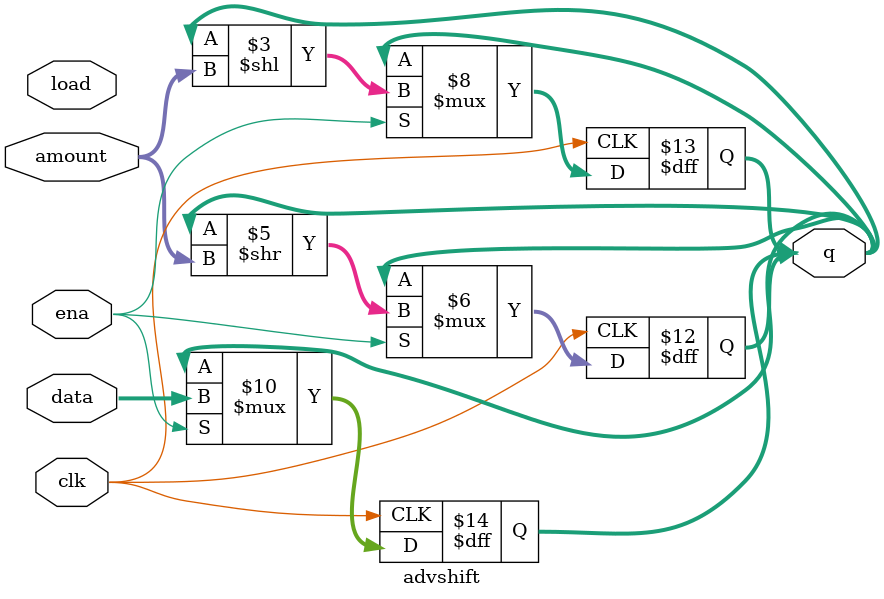
<source format=v>
module advshift(input clk,
input load,
input ena,
input [1:0] amount,
input [63:0] data,
output reg [63:0] q); 
// when load is high, assign data[63:0] to shift register q.
// if ena is high, shift q.
// amount: Chooses which direction and how much to shift.
// 2'b00: shift left by 1 bit.
// 2'b01: shift left by 8 bits.
// 2'b10: shift right by 1 bit.
// 2'b11: shift right by 8 bits.


always @(posedge clk)
begin
  if (ena)
    q <= data[63:0];
end

always @(posedge clk)
begin
  if (ena)
    q <= q << amount;
end

always @(posedge clk)
begin
  if (ena)
    q <= q >> amount;
end

endmodule

</source>
